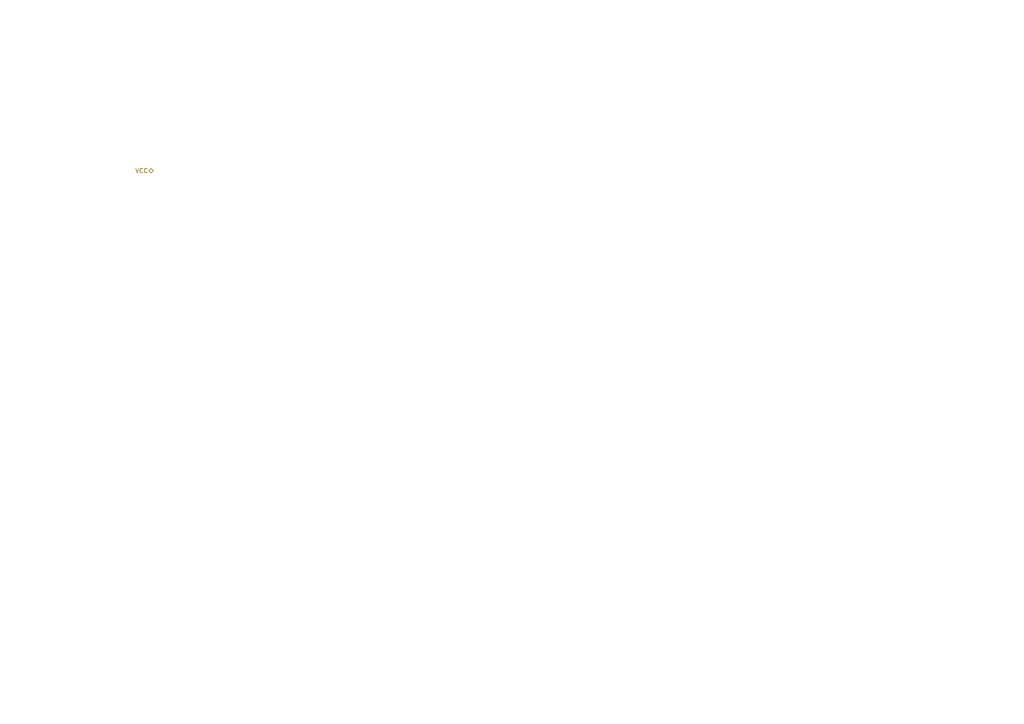
<source format=kicad_sch>
(kicad_sch (version 20230121) (generator eeschema)
  (paper "A4")
  (lib_symbols)
  (hierarchical_label "VCC" (shape bidirectional) (at 44.45 49.53 180))
)
</source>
